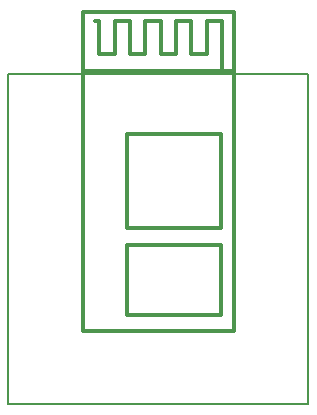
<source format=gbr>
G04 #@! TF.FileFunction,Legend,Top*
%FSLAX46Y46*%
G04 Gerber Fmt 4.6, Leading zero omitted, Abs format (unit mm)*
G04 Created by KiCad (PCBNEW 0.201505071723+5645~23~ubuntu14.04.1-product) date dom 10 mag 2015 16:48:59 CEST*
%MOMM*%
G01*
G04 APERTURE LIST*
%ADD10C,0.100000*%
%ADD11C,0.378460*%
%ADD12C,0.150000*%
G04 APERTURE END LIST*
D10*
D11*
X144889220Y-84993480D02*
X144889220Y-87792560D01*
X143588740Y-84993480D02*
X143588740Y-87792560D01*
X144891760Y-87790020D02*
X143591280Y-87790020D01*
X147487640Y-84990940D02*
X147487640Y-87790020D01*
X146187160Y-84990940D02*
X146187160Y-87790020D01*
X147490180Y-87787480D02*
X146189700Y-87787480D01*
X146187160Y-84988400D02*
X144886680Y-84988400D01*
X150088600Y-84990940D02*
X150088600Y-87790020D01*
X148788120Y-84990940D02*
X148788120Y-87790020D01*
X150091140Y-87787480D02*
X148790660Y-87787480D01*
X148788120Y-84988400D02*
X147487640Y-84988400D01*
X153990040Y-84990940D02*
X153990040Y-89291160D01*
X152689560Y-84990940D02*
X152689560Y-87790020D01*
X151389080Y-84990940D02*
X151389080Y-87790020D01*
X145889980Y-109890560D02*
X145889980Y-103990140D01*
X153890980Y-103990140D02*
X153890980Y-109890560D01*
X145889980Y-103987600D02*
X153890980Y-103987600D01*
X153890980Y-109890560D02*
X145889980Y-109890560D01*
X153890980Y-94589600D02*
X153890980Y-102590600D01*
X153890980Y-102590600D02*
X145889980Y-102590600D01*
X145889980Y-102590600D02*
X145889980Y-94589600D01*
X145889980Y-94589600D02*
X153890980Y-94589600D01*
X143588740Y-84990940D02*
X143189960Y-84990940D01*
X152692100Y-87787480D02*
X151391620Y-87787480D01*
X151389080Y-84988400D02*
X150088600Y-84988400D01*
X153990040Y-84988400D02*
X152689560Y-84988400D01*
X154990800Y-89291160D02*
X142189200Y-89291160D01*
X142189200Y-111290100D02*
X142189200Y-84289900D01*
X142189200Y-84289900D02*
X154990800Y-84289900D01*
X154990800Y-84289900D02*
X154990800Y-111290100D01*
X154990800Y-111290100D02*
X142189200Y-111290100D01*
D12*
X135890000Y-89535000D02*
X161290000Y-89535000D01*
X161290000Y-89535000D02*
X161290000Y-117475000D01*
X161290000Y-117475000D02*
X135890000Y-117475000D01*
X135890000Y-117475000D02*
X135890000Y-89535000D01*
M02*

</source>
